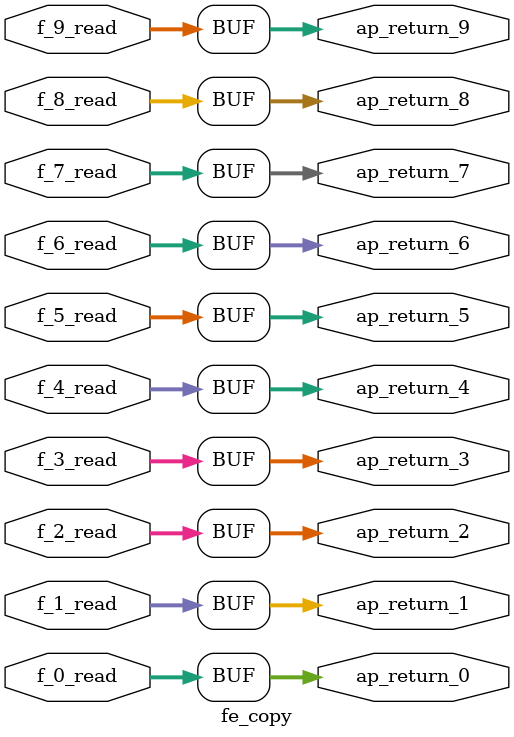
<source format=v>

`timescale 1 ns / 1 ps 

module fe_copy (
        f_0_read,
        f_1_read,
        f_2_read,
        f_3_read,
        f_4_read,
        f_5_read,
        f_6_read,
        f_7_read,
        f_8_read,
        f_9_read,
        ap_return_0,
        ap_return_1,
        ap_return_2,
        ap_return_3,
        ap_return_4,
        ap_return_5,
        ap_return_6,
        ap_return_7,
        ap_return_8,
        ap_return_9
);


input  [31:0] f_0_read;
input  [31:0] f_1_read;
input  [31:0] f_2_read;
input  [31:0] f_3_read;
input  [31:0] f_4_read;
input  [31:0] f_5_read;
input  [31:0] f_6_read;
input  [31:0] f_7_read;
input  [31:0] f_8_read;
input  [31:0] f_9_read;
output  [31:0] ap_return_0;
output  [31:0] ap_return_1;
output  [31:0] ap_return_2;
output  [31:0] ap_return_3;
output  [31:0] ap_return_4;
output  [31:0] ap_return_5;
output  [31:0] ap_return_6;
output  [31:0] ap_return_7;
output  [31:0] ap_return_8;
output  [31:0] ap_return_9;

assign ap_return_0 = f_0_read;

assign ap_return_1 = f_1_read;

assign ap_return_2 = f_2_read;

assign ap_return_3 = f_3_read;

assign ap_return_4 = f_4_read;

assign ap_return_5 = f_5_read;

assign ap_return_6 = f_6_read;

assign ap_return_7 = f_7_read;

assign ap_return_8 = f_8_read;

assign ap_return_9 = f_9_read;

endmodule //fe_copy

</source>
